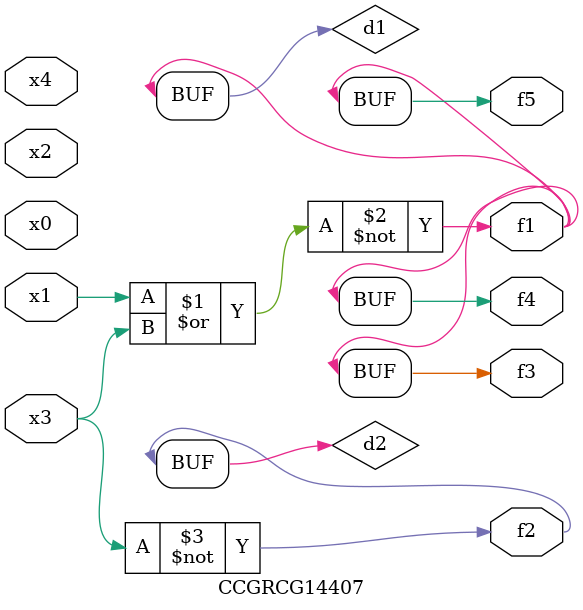
<source format=v>
module CCGRCG14407(
	input x0, x1, x2, x3, x4,
	output f1, f2, f3, f4, f5
);

	wire d1, d2;

	nor (d1, x1, x3);
	not (d2, x3);
	assign f1 = d1;
	assign f2 = d2;
	assign f3 = d1;
	assign f4 = d1;
	assign f5 = d1;
endmodule

</source>
